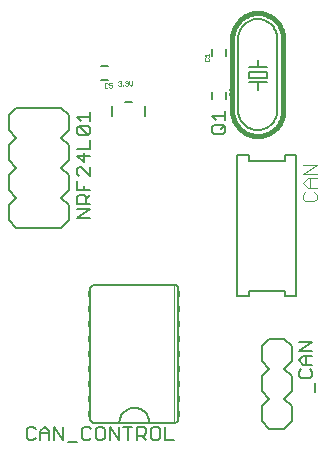
<source format=gto>
G75*
%MOIN*%
%OFA0B0*%
%FSLAX24Y24*%
%IPPOS*%
%LPD*%
%AMOC8*
5,1,8,0,0,1.08239X$1,22.5*
%
%ADD10C,0.0060*%
%ADD11C,0.0010*%
%ADD12C,0.0160*%
%ADD13C,0.0050*%
%ADD14C,0.0020*%
%ADD15R,0.0050X0.0200*%
%ADD16C,0.0080*%
%ADD17C,0.0040*%
D10*
X007100Y002720D02*
X007100Y007020D01*
X007102Y007043D01*
X007107Y007066D01*
X007116Y007088D01*
X007129Y007108D01*
X007144Y007126D01*
X007162Y007141D01*
X007182Y007154D01*
X007204Y007163D01*
X007227Y007168D01*
X007250Y007170D01*
X009890Y007170D01*
X009913Y007168D01*
X009936Y007163D01*
X009958Y007154D01*
X009978Y007141D01*
X009996Y007126D01*
X010011Y007108D01*
X010024Y007088D01*
X010033Y007066D01*
X010038Y007043D01*
X010040Y007020D01*
X010040Y002720D01*
X010038Y002697D01*
X010033Y002674D01*
X010024Y002652D01*
X010011Y002632D01*
X009996Y002614D01*
X009978Y002599D01*
X009958Y002586D01*
X009936Y002577D01*
X009913Y002572D01*
X009890Y002570D01*
X007250Y002570D01*
X007227Y002572D01*
X007204Y002577D01*
X007182Y002586D01*
X007162Y002599D01*
X007144Y002614D01*
X007129Y002632D01*
X007116Y002652D01*
X007107Y002674D01*
X007102Y002697D01*
X007100Y002720D01*
X008070Y002570D02*
X008072Y002614D01*
X008078Y002657D01*
X008087Y002699D01*
X008100Y002741D01*
X008117Y002781D01*
X008137Y002820D01*
X008160Y002857D01*
X008187Y002891D01*
X008216Y002924D01*
X008249Y002953D01*
X008283Y002980D01*
X008320Y003003D01*
X008359Y003023D01*
X008399Y003040D01*
X008441Y003053D01*
X008483Y003062D01*
X008526Y003068D01*
X008570Y003070D01*
X008614Y003068D01*
X008657Y003062D01*
X008699Y003053D01*
X008741Y003040D01*
X008781Y003023D01*
X008820Y003003D01*
X008857Y002980D01*
X008891Y002953D01*
X008924Y002924D01*
X008953Y002891D01*
X008980Y002857D01*
X009003Y002820D01*
X009023Y002781D01*
X009040Y002741D01*
X009053Y002699D01*
X009062Y002657D01*
X009068Y002614D01*
X009070Y002570D01*
X006130Y009070D02*
X004630Y009070D01*
X004380Y009320D01*
X004380Y009820D01*
X004630Y010070D01*
X004380Y010320D01*
X004380Y010820D01*
X004630Y011070D01*
X004380Y011320D01*
X004380Y011820D01*
X004630Y012070D01*
X004380Y012320D01*
X004380Y012820D01*
X004630Y013070D01*
X006130Y013070D01*
X006380Y012820D01*
X006380Y012320D01*
X006130Y012070D01*
X006380Y011820D01*
X006380Y011320D01*
X006130Y011070D01*
X006380Y010820D01*
X006380Y010320D01*
X006130Y010070D01*
X006380Y009820D01*
X006380Y009320D01*
X006130Y009070D01*
X007452Y013993D02*
X007688Y013993D01*
X007688Y014466D02*
X007452Y014466D01*
X011154Y014802D02*
X011154Y015038D01*
X011626Y015038D02*
X011626Y014802D01*
X012030Y015380D02*
X012030Y012980D01*
X011636Y013352D02*
X011636Y013588D01*
X011164Y013588D02*
X011164Y013352D01*
X012380Y013930D02*
X012680Y013930D01*
X012680Y013680D01*
X012680Y013930D02*
X012980Y013930D01*
X012980Y014080D02*
X012380Y014080D01*
X012380Y014280D01*
X012980Y014280D01*
X012980Y014080D01*
X012980Y014430D02*
X012680Y014430D01*
X012680Y014680D01*
X012680Y014430D02*
X012380Y014430D01*
X012030Y015380D02*
X012032Y015430D01*
X012038Y015479D01*
X012047Y015528D01*
X012060Y015576D01*
X012077Y015623D01*
X012097Y015668D01*
X012121Y015712D01*
X012148Y015754D01*
X012179Y015794D01*
X012212Y015831D01*
X012248Y015865D01*
X012286Y015897D01*
X012327Y015926D01*
X012369Y015951D01*
X012414Y015973D01*
X012460Y015992D01*
X012508Y016007D01*
X012556Y016018D01*
X012605Y016026D01*
X012655Y016030D01*
X012705Y016030D01*
X012755Y016026D01*
X012804Y016018D01*
X012852Y016007D01*
X012900Y015992D01*
X012946Y015973D01*
X012991Y015951D01*
X013033Y015926D01*
X013074Y015897D01*
X013112Y015865D01*
X013148Y015831D01*
X013181Y015794D01*
X013212Y015754D01*
X013239Y015712D01*
X013263Y015668D01*
X013283Y015623D01*
X013300Y015576D01*
X013313Y015528D01*
X013322Y015479D01*
X013328Y015430D01*
X013330Y015380D01*
X013330Y012980D01*
X013328Y012930D01*
X013322Y012881D01*
X013313Y012832D01*
X013300Y012784D01*
X013283Y012737D01*
X013263Y012692D01*
X013239Y012648D01*
X013212Y012606D01*
X013181Y012566D01*
X013148Y012529D01*
X013112Y012495D01*
X013074Y012463D01*
X013033Y012434D01*
X012991Y012409D01*
X012946Y012387D01*
X012900Y012368D01*
X012852Y012353D01*
X012804Y012342D01*
X012755Y012334D01*
X012705Y012330D01*
X012655Y012330D01*
X012605Y012334D01*
X012556Y012342D01*
X012508Y012353D01*
X012460Y012368D01*
X012414Y012387D01*
X012369Y012409D01*
X012327Y012434D01*
X012286Y012463D01*
X012248Y012495D01*
X012212Y012529D01*
X012179Y012566D01*
X012148Y012606D01*
X012121Y012648D01*
X012097Y012692D01*
X012077Y012737D01*
X012060Y012784D01*
X012047Y012832D01*
X012038Y012881D01*
X012032Y012930D01*
X012030Y012980D01*
D11*
X011855Y013480D02*
X011880Y013505D01*
X011880Y013555D01*
X011855Y013580D01*
X011880Y013627D02*
X011780Y013727D01*
X011755Y013727D01*
X011730Y013702D01*
X011730Y013652D01*
X011755Y013627D01*
X011755Y013580D02*
X011730Y013555D01*
X011730Y013505D01*
X011755Y013480D01*
X011855Y013480D01*
X011880Y013627D02*
X011880Y013727D01*
X011035Y014625D02*
X011060Y014650D01*
X011060Y014700D01*
X011035Y014725D01*
X011060Y014772D02*
X011060Y014872D01*
X011060Y014822D02*
X010910Y014822D01*
X010960Y014772D01*
X010935Y014725D02*
X010910Y014700D01*
X010910Y014650D01*
X010935Y014625D01*
X011035Y014625D01*
X008503Y013965D02*
X008503Y013865D01*
X008453Y013815D01*
X008403Y013865D01*
X008403Y013965D01*
X008356Y013940D02*
X008356Y013915D01*
X008331Y013890D01*
X008356Y013865D01*
X008356Y013840D01*
X008331Y013815D01*
X008281Y013815D01*
X008256Y013840D01*
X008207Y013840D02*
X008207Y013815D01*
X008182Y013815D01*
X008182Y013840D01*
X008207Y013840D01*
X008135Y013840D02*
X008110Y013815D01*
X008060Y013815D01*
X008035Y013840D01*
X008085Y013890D02*
X008110Y013890D01*
X008135Y013865D01*
X008135Y013840D01*
X008110Y013890D02*
X008135Y013915D01*
X008135Y013940D01*
X008110Y013965D01*
X008060Y013965D01*
X008035Y013940D01*
X007828Y013900D02*
X007728Y013900D01*
X007728Y013825D01*
X007778Y013850D01*
X007803Y013850D01*
X007828Y013825D01*
X007828Y013775D01*
X007803Y013750D01*
X007753Y013750D01*
X007728Y013775D01*
X007680Y013775D02*
X007655Y013750D01*
X007605Y013750D01*
X007580Y013775D01*
X007580Y013875D01*
X007605Y013900D01*
X007655Y013900D01*
X007680Y013875D01*
X008256Y013940D02*
X008281Y013965D01*
X008331Y013965D01*
X008356Y013940D01*
X008331Y013890D02*
X008306Y013890D01*
D12*
X011830Y012980D02*
X011830Y015380D01*
X011832Y015437D01*
X011838Y015493D01*
X011847Y015549D01*
X011860Y015605D01*
X011877Y015659D01*
X011897Y015712D01*
X011921Y015763D01*
X011949Y015813D01*
X011979Y015861D01*
X012013Y015907D01*
X012050Y015950D01*
X012089Y015991D01*
X012131Y016029D01*
X012176Y016064D01*
X012223Y016096D01*
X012272Y016125D01*
X012322Y016151D01*
X012375Y016173D01*
X012428Y016192D01*
X012483Y016207D01*
X012539Y016218D01*
X012595Y016226D01*
X012652Y016230D01*
X012708Y016230D01*
X012765Y016226D01*
X012821Y016218D01*
X012877Y016207D01*
X012932Y016192D01*
X012985Y016173D01*
X013038Y016151D01*
X013088Y016125D01*
X013137Y016096D01*
X013184Y016064D01*
X013229Y016029D01*
X013271Y015991D01*
X013310Y015950D01*
X013347Y015907D01*
X013381Y015861D01*
X013411Y015813D01*
X013439Y015763D01*
X013463Y015712D01*
X013483Y015659D01*
X013500Y015605D01*
X013513Y015549D01*
X013522Y015493D01*
X013528Y015437D01*
X013530Y015380D01*
X013530Y012980D01*
X013528Y012923D01*
X013522Y012867D01*
X013513Y012811D01*
X013500Y012755D01*
X013483Y012701D01*
X013463Y012648D01*
X013439Y012597D01*
X013411Y012547D01*
X013381Y012499D01*
X013347Y012453D01*
X013310Y012410D01*
X013271Y012369D01*
X013229Y012331D01*
X013184Y012296D01*
X013137Y012264D01*
X013088Y012235D01*
X013038Y012209D01*
X012985Y012187D01*
X012932Y012168D01*
X012877Y012153D01*
X012821Y012142D01*
X012765Y012134D01*
X012708Y012130D01*
X012652Y012130D01*
X012595Y012134D01*
X012539Y012142D01*
X012483Y012153D01*
X012428Y012168D01*
X012375Y012187D01*
X012322Y012209D01*
X012272Y012235D01*
X012223Y012264D01*
X012176Y012296D01*
X012131Y012331D01*
X012089Y012369D01*
X012050Y012410D01*
X012013Y012453D01*
X011979Y012499D01*
X011949Y012547D01*
X011921Y012597D01*
X011897Y012648D01*
X011877Y012701D01*
X011860Y012755D01*
X011847Y012811D01*
X011838Y012867D01*
X011832Y012923D01*
X011830Y012980D01*
D13*
X004981Y002070D02*
X005056Y001995D01*
X005206Y001995D01*
X005281Y002070D01*
X005441Y001995D02*
X005441Y002295D01*
X005591Y002445D01*
X005741Y002295D01*
X005741Y001995D01*
X005901Y001995D02*
X005901Y002445D01*
X006202Y001995D01*
X006202Y002445D01*
X005741Y002220D02*
X005441Y002220D01*
X005281Y002370D02*
X005206Y002445D01*
X005056Y002445D01*
X004981Y002370D01*
X004981Y002070D01*
X006362Y001920D02*
X006662Y001920D01*
X006822Y002070D02*
X006897Y001995D01*
X007047Y001995D01*
X007122Y002070D01*
X007283Y002070D02*
X007358Y001995D01*
X007508Y001995D01*
X007583Y002070D01*
X007583Y002370D01*
X007508Y002445D01*
X007358Y002445D01*
X007283Y002370D01*
X007283Y002070D01*
X007122Y002370D02*
X007047Y002445D01*
X006897Y002445D01*
X006822Y002370D01*
X006822Y002070D01*
X007743Y001995D02*
X007743Y002445D01*
X008043Y001995D01*
X008043Y002445D01*
X008203Y002445D02*
X008504Y002445D01*
X008354Y002445D02*
X008354Y001995D01*
X008664Y001995D02*
X008664Y002445D01*
X008889Y002445D01*
X008964Y002370D01*
X008964Y002220D01*
X008889Y002145D01*
X008664Y002145D01*
X008814Y002145D02*
X008964Y001995D01*
X009124Y002070D02*
X009199Y001995D01*
X009349Y001995D01*
X009424Y002070D01*
X009424Y002370D01*
X009349Y002445D01*
X009199Y002445D01*
X009124Y002370D01*
X009124Y002070D01*
X009585Y001995D02*
X009885Y001995D01*
X009585Y001995D02*
X009585Y002445D01*
X012006Y006788D02*
X012006Y011512D01*
X012399Y011512D01*
X012399Y011315D01*
X013581Y011315D01*
X013581Y011512D01*
X013974Y011512D01*
X013974Y006788D01*
X013581Y006788D01*
X013581Y006984D01*
X012399Y006984D01*
X012399Y006788D01*
X012006Y006788D01*
X014055Y005275D02*
X014505Y005275D01*
X014055Y004974D01*
X014505Y004974D01*
X014505Y004814D02*
X014205Y004814D01*
X014055Y004664D01*
X014205Y004514D01*
X014505Y004514D01*
X014430Y004354D02*
X014505Y004279D01*
X014505Y004129D01*
X014430Y004054D01*
X014130Y004054D01*
X014055Y004129D01*
X014055Y004279D01*
X014130Y004354D01*
X014280Y004514D02*
X014280Y004814D01*
X014580Y003893D02*
X014580Y003593D01*
X007105Y009412D02*
X006655Y009412D01*
X007105Y009712D01*
X006655Y009712D01*
X006655Y009872D02*
X006655Y010097D01*
X006730Y010172D01*
X006880Y010172D01*
X006955Y010097D01*
X006955Y009872D01*
X007105Y009872D02*
X006655Y009872D01*
X006955Y010022D02*
X007105Y010172D01*
X007105Y010332D02*
X006655Y010332D01*
X006655Y010633D01*
X006730Y010793D02*
X006655Y010868D01*
X006655Y011018D01*
X006730Y011093D01*
X006805Y011093D01*
X007105Y010793D01*
X007105Y011093D01*
X006880Y011253D02*
X006880Y011553D01*
X007105Y011478D02*
X006655Y011478D01*
X006880Y011253D01*
X006655Y011714D02*
X007105Y011714D01*
X007105Y012014D01*
X007030Y012174D02*
X006730Y012474D01*
X007030Y012474D01*
X007105Y012399D01*
X007105Y012249D01*
X007030Y012174D01*
X006730Y012174D01*
X006655Y012249D01*
X006655Y012399D01*
X006730Y012474D01*
X006805Y012634D02*
X006655Y012784D01*
X007105Y012784D01*
X007105Y012634D02*
X007105Y012935D01*
X006880Y010482D02*
X006880Y010332D01*
X011155Y012280D02*
X011155Y012430D01*
X011230Y012505D01*
X011530Y012505D01*
X011605Y012430D01*
X011605Y012280D01*
X011530Y012205D01*
X011230Y012205D01*
X011155Y012280D01*
X011455Y012355D02*
X011605Y012505D01*
X011605Y012665D02*
X011605Y012965D01*
X011605Y012815D02*
X011155Y012815D01*
X011305Y012665D01*
D14*
X009900Y007170D02*
X009900Y002570D01*
D15*
X010065Y002870D03*
X010065Y003370D03*
X010065Y003870D03*
X010065Y004370D03*
X010065Y004870D03*
X010065Y005370D03*
X010065Y005870D03*
X010065Y006370D03*
X010065Y006870D03*
X007075Y006870D03*
X007075Y006370D03*
X007075Y005870D03*
X007075Y005370D03*
X007075Y004870D03*
X007075Y004370D03*
X007075Y003870D03*
X007075Y003370D03*
X007075Y002870D03*
D16*
X012810Y002630D02*
X012810Y003130D01*
X013060Y003380D01*
X012810Y003630D01*
X012810Y004130D01*
X013060Y004380D01*
X012810Y004630D01*
X012810Y005130D01*
X013060Y005380D01*
X013560Y005380D01*
X013810Y005130D01*
X013810Y004630D01*
X013560Y004380D01*
X013810Y004130D01*
X013810Y003630D01*
X013560Y003380D01*
X013810Y003130D01*
X013810Y002630D01*
X013560Y002380D01*
X013060Y002380D01*
X012810Y002630D01*
X008940Y012791D02*
X008940Y013129D01*
X008486Y013279D02*
X008274Y013279D01*
X007820Y013129D02*
X007820Y012791D01*
D17*
X014191Y011182D02*
X014651Y011182D01*
X014191Y010875D01*
X014651Y010875D01*
X014651Y010721D02*
X014344Y010721D01*
X014191Y010568D01*
X014344Y010414D01*
X014651Y010414D01*
X014574Y010261D02*
X014651Y010184D01*
X014651Y010031D01*
X014574Y009954D01*
X014267Y009954D01*
X014191Y010031D01*
X014191Y010184D01*
X014267Y010261D01*
X014421Y010414D02*
X014421Y010721D01*
M02*

</source>
